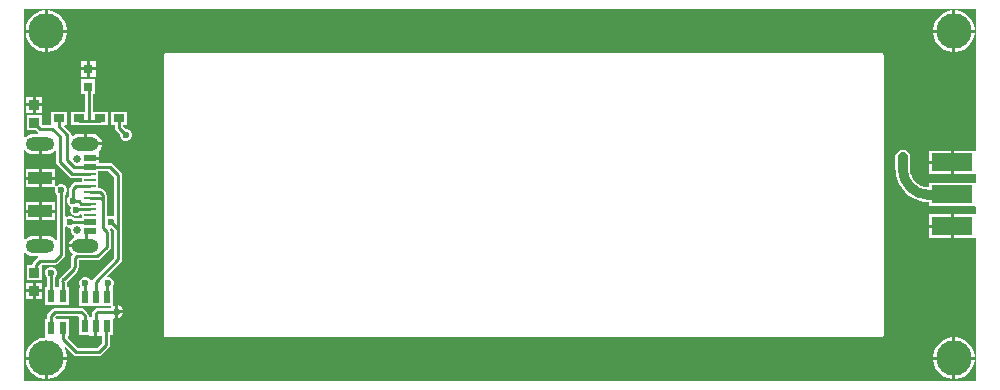
<source format=gtl>
G04*
G04 #@! TF.GenerationSoftware,Altium Limited,Altium Designer,22.11.1 (43)*
G04*
G04 Layer_Physical_Order=1*
G04 Layer_Color=255*
%FSLAX25Y25*%
%MOIN*%
G70*
G04*
G04 #@! TF.SameCoordinates,6F2D09EA-FD7B-4BD8-B8BB-3870161F1110*
G04*
G04*
G04 #@! TF.FilePolarity,Positive*
G04*
G01*
G75*
%ADD15C,0.01000*%
%ADD16R,0.03937X0.02047*%
%ADD17R,0.03937X0.01063*%
%ADD18R,0.07874X0.03937*%
%ADD19R,0.13780X0.05906*%
%ADD20R,0.03150X0.03150*%
%ADD21R,0.03740X0.02756*%
%ADD22R,0.03347X0.03347*%
%ADD23R,0.02362X0.04331*%
%ADD24R,0.02362X0.04331*%
%ADD39C,0.03251*%
%ADD40C,0.02362*%
%ADD41C,0.02480*%
%ADD42O,0.09118X0.04559*%
%ADD43O,0.09449X0.04724*%
%ADD44C,0.11811*%
G36*
X7000Y75605D02*
X8862D01*
X9740Y75720D01*
X10558Y76059D01*
X11187Y76542D01*
X11687Y76414D01*
Y73000D01*
X11787Y72498D01*
X12072Y72072D01*
X16194Y67950D01*
X16620Y67665D01*
X17122Y67565D01*
X20279D01*
Y66254D01*
X18441D01*
X17939Y66154D01*
X17513Y65869D01*
X16572Y64928D01*
X16287Y64502D01*
X16187Y64000D01*
Y61471D01*
X15831Y61115D01*
X15531Y60392D01*
Y59608D01*
X15831Y58885D01*
X16385Y58331D01*
X16391Y58328D01*
X16651Y57680D01*
X16532Y57392D01*
Y56608D01*
X16831Y55885D01*
X17385Y55331D01*
X18108Y55032D01*
X18892D01*
X19615Y55331D01*
X19780Y55496D01*
X20279Y55288D01*
Y54181D01*
X18103D01*
X17615Y54669D01*
X16892Y54969D01*
X16108D01*
X15385Y54669D01*
X15313Y54597D01*
X14813Y54804D01*
Y62029D01*
X15169Y62385D01*
X15469Y63108D01*
Y63892D01*
X15169Y64615D01*
X14615Y65169D01*
X13892Y65469D01*
X13108D01*
X12385Y65169D01*
X12152Y64936D01*
X11688Y64795D01*
X11688D01*
X11688D01*
Y64796D01*
X11447Y64868D01*
X11437Y64874D01*
X11437Y64956D01*
Y67000D01*
X7000D01*
Y64531D01*
X11079Y64531D01*
X11255Y64531D01*
X11405Y64358D01*
X11531Y63892D01*
Y63108D01*
X11831Y62385D01*
X12187Y62029D01*
Y46991D01*
X11687Y46821D01*
X11260Y47378D01*
X10558Y47917D01*
X9740Y48256D01*
X8862Y48371D01*
X7000D01*
Y44980D01*
X6000D01*
Y48371D01*
X4138D01*
X3260Y48256D01*
X2442Y47917D01*
X1740Y47378D01*
X1500Y47066D01*
X1000Y47235D01*
Y76741D01*
X1500Y76911D01*
X1740Y76598D01*
X2442Y76059D01*
X3260Y75720D01*
X4138Y75605D01*
X6000D01*
Y78996D01*
X7000D01*
Y75605D01*
D02*
G37*
G36*
X318500Y77167D02*
X318390Y76713D01*
X318000Y76713D01*
X311000D01*
Y72760D01*
Y68807D01*
X318000D01*
X318390Y68807D01*
X318500Y68353D01*
Y66236D01*
X318177Y65870D01*
X318000Y65870D01*
X302823D01*
Y64676D01*
X302327Y64451D01*
X301317Y64550D01*
X300179Y64896D01*
X299130Y65456D01*
X298211Y66211D01*
X297456Y67130D01*
X296896Y68179D01*
X296550Y69317D01*
X296443Y70411D01*
X296460Y70500D01*
Y74500D01*
X296273Y75441D01*
X295740Y76240D01*
X294941Y76773D01*
X294000Y76960D01*
X293058Y76773D01*
X292260Y76240D01*
X291727Y75441D01*
X291540Y74500D01*
Y70500D01*
X291562Y70388D01*
X291688Y68787D01*
X292089Y67117D01*
X292746Y65530D01*
X293644Y64066D01*
X294759Y62759D01*
X296066Y61644D01*
X297530Y60746D01*
X299117Y60089D01*
X300787Y59688D01*
X302387Y59562D01*
X302500Y59540D01*
X302823D01*
Y58390D01*
X318000D01*
X318177Y58390D01*
X318500Y58024D01*
Y55907D01*
X318390Y55453D01*
X318000Y55453D01*
X311000D01*
Y51500D01*
Y47547D01*
X318000D01*
X318390Y47547D01*
X318500Y47093D01*
Y0D01*
X1000D01*
Y42725D01*
X1500Y42895D01*
X1740Y42582D01*
X2442Y42044D01*
X3260Y41705D01*
X4138Y41589D01*
X5661D01*
X5813Y41089D01*
X5572Y40928D01*
X4211Y39567D01*
X3926Y39141D01*
X3826Y38639D01*
Y38512D01*
X2039D01*
Y33591D01*
X6961D01*
Y38512D01*
X7388Y38687D01*
X11500D01*
X12002Y38787D01*
X12428Y39072D01*
X14428Y41072D01*
X14713Y41498D01*
X14813Y42000D01*
Y51196D01*
X15313Y51403D01*
X15385Y51331D01*
X16108Y51032D01*
X16414D01*
X16692Y50616D01*
X16677Y50581D01*
Y49774D01*
X16986Y49029D01*
X17556Y48458D01*
X17678Y48408D01*
Y47867D01*
X17626Y47845D01*
X16940Y47319D01*
X16415Y46634D01*
X16084Y45836D01*
X16037Y45480D01*
X21559D01*
Y44480D01*
X16037D01*
X16084Y44124D01*
X16415Y43326D01*
X16940Y42641D01*
X17215Y42431D01*
X17248Y41932D01*
X17072Y41756D01*
X16787Y41330D01*
X16687Y40828D01*
Y38044D01*
X13330Y34686D01*
X13321Y34685D01*
X13313Y34694D01*
X12814Y33947D01*
X12638Y33065D01*
X12651Y33065D01*
X12656Y33059D01*
Y31268D01*
X11328D01*
Y34545D01*
X11669Y34885D01*
X11969Y35608D01*
Y36392D01*
X11669Y37115D01*
X11115Y37669D01*
X10392Y37969D01*
X9608D01*
X8885Y37669D01*
X8331Y37115D01*
X8032Y36392D01*
Y35608D01*
X8331Y34885D01*
X8703Y34513D01*
Y31268D01*
X8063D01*
Y25362D01*
X15937D01*
Y31268D01*
X15281D01*
Y32925D01*
X18635Y36279D01*
X18649Y36265D01*
X19155Y37022D01*
X19332Y37914D01*
X19313D01*
X19313Y37914D01*
Y40101D01*
X25488D01*
X25991Y40201D01*
X26417Y40485D01*
X29716Y43784D01*
X30000Y44210D01*
X30100Y44712D01*
Y49520D01*
X30000Y50022D01*
X29836Y50268D01*
X29998Y50740D01*
X30063Y50807D01*
X30301Y50842D01*
X31187Y49956D01*
Y41044D01*
X24072Y33928D01*
X23787Y33502D01*
X23777Y33452D01*
X23257Y33401D01*
X23169Y33615D01*
X22615Y34169D01*
X21892Y34468D01*
X21108D01*
X20385Y34169D01*
X19831Y33615D01*
X19532Y32892D01*
Y32108D01*
X19803Y31453D01*
X19693Y31168D01*
X19556Y30953D01*
X19291D01*
Y25047D01*
X29976D01*
X30223Y24547D01*
X30044Y24313D01*
X25586D01*
X25084Y24213D01*
X24658Y23928D01*
X24072Y23342D01*
X23787Y22917D01*
X23687Y22414D01*
Y21323D01*
X22819D01*
X22572Y21721D01*
Y21740D01*
X22472Y22242D01*
X22188Y22668D01*
X20928Y23928D01*
X20502Y24213D01*
X20000Y24313D01*
X11500D01*
X10998Y24213D01*
X10572Y23928D01*
X9103Y22460D01*
X8819Y22034D01*
X8719Y21531D01*
Y20638D01*
X8063D01*
X8063Y14828D01*
X7936Y14608D01*
X7708Y14383D01*
X6486Y14140D01*
X5229Y13620D01*
X4098Y12864D01*
X3136Y11902D01*
X2380Y10771D01*
X1860Y9514D01*
X1595Y8180D01*
Y8000D01*
X15405D01*
Y8180D01*
X15140Y9514D01*
X14620Y10771D01*
X14527Y10910D01*
X14915Y11228D01*
X17572Y8572D01*
X17998Y8287D01*
X18500Y8187D01*
X26000D01*
X26502Y8287D01*
X26928Y8572D01*
X29428Y11072D01*
X29713Y11498D01*
X29813Y12000D01*
Y15205D01*
X30709D01*
Y20633D01*
X31209Y20967D01*
X31500Y20846D01*
Y23000D01*
Y25154D01*
X31201Y25030D01*
X30709Y25367D01*
Y30953D01*
X30709Y30953D01*
X30697Y31453D01*
X30968Y32108D01*
Y32892D01*
X30669Y33615D01*
X30115Y34169D01*
X29392Y34468D01*
X29032D01*
X28825Y34969D01*
X33428Y39572D01*
X33713Y39998D01*
X33813Y40500D01*
Y50500D01*
Y68500D01*
X33713Y69002D01*
X33428Y69428D01*
X30688Y72168D01*
X30262Y72453D01*
X29760Y72553D01*
X26004D01*
Y73693D01*
X23035D01*
Y74693D01*
X26004D01*
Y76217D01*
X26004Y76217D01*
X26004D01*
X26174Y76654D01*
X26178Y76657D01*
X26703Y77342D01*
X27034Y78140D01*
X27081Y78496D01*
X21559D01*
Y78996D01*
X21059D01*
Y82304D01*
X19279D01*
X18423Y82191D01*
X17626Y81861D01*
X17313Y81621D01*
X16813Y81867D01*
Y82000D01*
X16713Y82502D01*
X16428Y82928D01*
X14522Y84835D01*
X14729Y85335D01*
X15409D01*
Y89665D01*
X10095D01*
Y85537D01*
X10095Y85537D01*
X10095Y85537D01*
X9679Y85316D01*
X9604Y85313D01*
X6993D01*
X6961Y85344D01*
Y88410D01*
X2039D01*
Y83488D01*
X5104D01*
X5521Y83072D01*
X5797Y82887D01*
X5645Y82387D01*
X4138D01*
X3260Y82272D01*
X2442Y81933D01*
X1740Y81394D01*
X1500Y81081D01*
X1000Y81251D01*
Y124000D01*
X318500D01*
Y77167D01*
D02*
G37*
G36*
X31187Y67956D02*
Y55180D01*
X30687Y54846D01*
X30392Y54969D01*
X29608D01*
X29151Y54779D01*
X28651Y55088D01*
Y60162D01*
Y61877D01*
X28551Y62379D01*
X28267Y62805D01*
X27171Y63901D01*
X26745Y64185D01*
X26243Y64285D01*
X25791D01*
Y65591D01*
Y69928D01*
X29216D01*
X31187Y67956D01*
D02*
G37*
G36*
X19123Y21540D02*
X19291Y21110D01*
X19291D01*
Y15205D01*
X22819D01*
Y14992D01*
X24500D01*
Y18158D01*
X25500D01*
Y14992D01*
X27181D01*
X27187Y14495D01*
Y12544D01*
X25456Y10813D01*
X19044D01*
X15624Y14232D01*
X15831Y14732D01*
X15937D01*
Y20638D01*
X11701D01*
X11494Y21138D01*
X12044Y21687D01*
X19024D01*
X19123Y21540D01*
D02*
G37*
%LPC*%
G36*
X11437Y70468D02*
X7000D01*
Y68000D01*
X11437D01*
Y70468D01*
D02*
G37*
G36*
X6000D02*
X1563D01*
Y68000D01*
X6000D01*
Y70468D01*
D02*
G37*
G36*
Y67000D02*
X1563D01*
Y64531D01*
X6000D01*
Y67000D01*
D02*
G37*
G36*
X11437Y59445D02*
X7000D01*
Y56976D01*
X11437D01*
Y59445D01*
D02*
G37*
G36*
X6000D02*
X1563D01*
Y56976D01*
X6000D01*
Y59445D01*
D02*
G37*
G36*
X11437Y55976D02*
X7000D01*
Y53508D01*
X11437D01*
Y55976D01*
D02*
G37*
G36*
X6000D02*
X1563D01*
Y53508D01*
X6000D01*
Y55976D01*
D02*
G37*
G36*
X311680Y123406D02*
X311500D01*
Y117000D01*
X317905D01*
Y117180D01*
X317640Y118514D01*
X317120Y119771D01*
X316364Y120902D01*
X315402Y121864D01*
X314271Y122620D01*
X313014Y123140D01*
X311680Y123406D01*
D02*
G37*
G36*
X310500D02*
X310320D01*
X308986Y123140D01*
X307729Y122620D01*
X306598Y121864D01*
X305636Y120902D01*
X304880Y119771D01*
X304360Y118514D01*
X304095Y117180D01*
Y117000D01*
X310500D01*
Y123406D01*
D02*
G37*
G36*
X9180D02*
X9000D01*
Y117000D01*
X15405D01*
Y117180D01*
X15140Y118514D01*
X14620Y119771D01*
X13864Y120902D01*
X12902Y121864D01*
X11771Y122620D01*
X10514Y123140D01*
X9180Y123406D01*
D02*
G37*
G36*
X8000D02*
X7820D01*
X6486Y123140D01*
X5229Y122620D01*
X4098Y121864D01*
X3136Y120902D01*
X2380Y119771D01*
X1860Y118514D01*
X1595Y117180D01*
Y117000D01*
X8000D01*
Y123406D01*
D02*
G37*
G36*
X317905Y116000D02*
X311500D01*
Y109595D01*
X311680D01*
X313014Y109860D01*
X314271Y110380D01*
X315402Y111136D01*
X316364Y112098D01*
X317120Y113229D01*
X317640Y114486D01*
X317905Y115820D01*
Y116000D01*
D02*
G37*
G36*
X310500D02*
X304095D01*
Y115820D01*
X304360Y114486D01*
X304880Y113229D01*
X305636Y112098D01*
X306598Y111136D01*
X307729Y110380D01*
X308986Y109860D01*
X310320Y109595D01*
X310500D01*
Y116000D01*
D02*
G37*
G36*
X15405D02*
X9000D01*
Y109595D01*
X9180D01*
X10514Y109860D01*
X11771Y110380D01*
X12902Y111136D01*
X13864Y112098D01*
X14620Y113229D01*
X15140Y114486D01*
X15405Y115820D01*
Y116000D01*
D02*
G37*
G36*
X8000D02*
X1595D01*
Y115820D01*
X1860Y114486D01*
X2380Y113229D01*
X3136Y112098D01*
X4098Y111136D01*
X5229Y110380D01*
X6486Y109860D01*
X7820Y109595D01*
X8000D01*
Y116000D01*
D02*
G37*
G36*
X25075Y106528D02*
X23000D01*
Y104453D01*
X25075D01*
Y106528D01*
D02*
G37*
G36*
X22000D02*
X19925D01*
Y104453D01*
X22000D01*
Y106528D01*
D02*
G37*
G36*
X25075Y103453D02*
X23000D01*
Y101378D01*
X25075D01*
Y103453D01*
D02*
G37*
G36*
X22000D02*
X19925D01*
Y101378D01*
X22000D01*
Y103453D01*
D02*
G37*
G36*
X7173Y94724D02*
X5000D01*
Y92551D01*
X7173D01*
Y94724D01*
D02*
G37*
G36*
X4000D02*
X1827D01*
Y92551D01*
X4000D01*
Y94724D01*
D02*
G37*
G36*
X7173Y91551D02*
X5000D01*
Y89378D01*
X7173D01*
Y91551D01*
D02*
G37*
G36*
X4000D02*
X1827D01*
Y89378D01*
X4000D01*
Y91551D01*
D02*
G37*
G36*
X24862Y100409D02*
X20138D01*
Y95685D01*
X21437D01*
Y89665D01*
X16590D01*
Y85335D01*
X18675D01*
X18746Y85287D01*
X19248Y85187D01*
X26252D01*
X26754Y85287D01*
X26825Y85335D01*
X28909D01*
Y89665D01*
X24063D01*
Y95685D01*
X24862D01*
Y100409D01*
D02*
G37*
G36*
X35405Y89665D02*
X30091D01*
Y85335D01*
X31435D01*
Y84252D01*
X31535Y83750D01*
X31820Y83324D01*
X33031Y82112D01*
Y81608D01*
X33331Y80885D01*
X33885Y80331D01*
X34608Y80032D01*
X35392D01*
X36115Y80331D01*
X36669Y80885D01*
X36968Y81608D01*
Y82392D01*
X36669Y83115D01*
X36115Y83669D01*
X35392Y83969D01*
X34888D01*
X34061Y84796D01*
Y85335D01*
X35405D01*
Y89665D01*
D02*
G37*
G36*
X23839Y82304D02*
X22059D01*
Y79496D01*
X27081D01*
X27034Y79852D01*
X26703Y80650D01*
X26178Y81335D01*
X25493Y81861D01*
X24695Y82191D01*
X23839Y82304D01*
D02*
G37*
G36*
X310000Y76713D02*
X302610D01*
Y73260D01*
X310000D01*
Y76713D01*
D02*
G37*
G36*
Y72260D02*
X302610D01*
Y68807D01*
X310000D01*
Y72260D01*
D02*
G37*
G36*
Y55453D02*
X302610D01*
Y52000D01*
X310000D01*
Y55453D01*
D02*
G37*
G36*
Y51000D02*
X302610D01*
Y47547D01*
X310000D01*
Y51000D01*
D02*
G37*
G36*
X7173Y32622D02*
X5000D01*
Y30449D01*
X7173D01*
Y32622D01*
D02*
G37*
G36*
X4000D02*
X1827D01*
Y30449D01*
X4000D01*
Y32622D01*
D02*
G37*
G36*
X7173Y29449D02*
X5000D01*
Y27276D01*
X7173D01*
Y29449D01*
D02*
G37*
G36*
X4000D02*
X1827D01*
Y27276D01*
X4000D01*
Y29449D01*
D02*
G37*
G36*
X32500Y25154D02*
Y23500D01*
X34154D01*
X33849Y24236D01*
X33235Y24849D01*
X32500Y25154D01*
D02*
G37*
G36*
X34154Y22500D02*
X32500D01*
Y20846D01*
X33235Y21151D01*
X33849Y21765D01*
X34154Y22500D01*
D02*
G37*
G36*
X286936Y109155D02*
X48436D01*
X48129Y109094D01*
X47868Y108920D01*
X47694Y108660D01*
X47633Y108353D01*
Y15353D01*
X47694Y15045D01*
X47868Y14785D01*
X48129Y14611D01*
X48436Y14550D01*
X286936D01*
X287243Y14611D01*
X287503Y14785D01*
X287677Y15045D01*
X287738Y15353D01*
Y108353D01*
X287677Y108660D01*
X287503Y108920D01*
X287243Y109094D01*
X286936Y109155D01*
D02*
G37*
G36*
X311680Y14405D02*
X311500D01*
Y8000D01*
X317905D01*
Y8180D01*
X317640Y9514D01*
X317120Y10771D01*
X316364Y11902D01*
X315402Y12864D01*
X314271Y13620D01*
X313014Y14140D01*
X311680Y14405D01*
D02*
G37*
G36*
X310500D02*
X310320D01*
X308986Y14140D01*
X307729Y13620D01*
X306598Y12864D01*
X305636Y11902D01*
X304880Y10771D01*
X304360Y9514D01*
X304095Y8180D01*
Y8000D01*
X310500D01*
Y14405D01*
D02*
G37*
G36*
X317905Y7000D02*
X311500D01*
Y594D01*
X311680D01*
X313014Y860D01*
X314271Y1380D01*
X315402Y2136D01*
X316364Y3098D01*
X317120Y4229D01*
X317640Y5486D01*
X317905Y6820D01*
Y7000D01*
D02*
G37*
G36*
X310500D02*
X304095D01*
Y6820D01*
X304360Y5486D01*
X304880Y4229D01*
X305636Y3098D01*
X306598Y2136D01*
X307729Y1380D01*
X308986Y860D01*
X310320Y594D01*
X310500D01*
Y7000D01*
D02*
G37*
G36*
X15405D02*
X9000D01*
Y594D01*
X9180D01*
X10514Y860D01*
X11771Y1380D01*
X12902Y2136D01*
X13864Y3098D01*
X14620Y4229D01*
X15140Y5486D01*
X15405Y6820D01*
Y7000D01*
D02*
G37*
G36*
X8000D02*
X1595D01*
Y6820D01*
X1860Y5486D01*
X2380Y4229D01*
X3136Y3098D01*
X4098Y2136D01*
X5229Y1380D01*
X6486Y860D01*
X7820Y594D01*
X8000D01*
Y7000D01*
D02*
G37*
%LPD*%
D15*
X17707Y37207D02*
G03*
X18000Y37914I-707J707D01*
G01*
X14258Y33758D02*
G03*
X13969Y33059I711J-704D01*
G01*
X18500Y9500D02*
X26000D01*
X13969Y14031D02*
Y17685D01*
Y14031D02*
X18500Y9500D01*
X32500Y40500D02*
Y50500D01*
X30000Y53000D02*
X32500Y50500D01*
Y68500D01*
X22904Y52868D02*
X23035Y52736D01*
X16632Y52868D02*
X22904D01*
X16500Y53000D02*
X16632Y52868D01*
X21567Y44988D02*
Y49260D01*
X22091Y49784D01*
X21559Y44980D02*
X21567Y44988D01*
X22091Y49784D02*
X23035D01*
X17500Y64000D02*
X18441Y64941D01*
X23035D01*
X17500Y60000D02*
Y64000D01*
X27338Y60162D02*
Y61877D01*
Y50969D02*
Y60162D01*
X26243Y62972D02*
X27338Y61877D01*
X23035Y62972D02*
X26243D01*
X12752Y84748D02*
X15500Y82000D01*
Y73429D02*
Y82000D01*
Y73429D02*
X17689Y71240D01*
X13000Y73000D02*
Y81500D01*
X10500Y84000D02*
X13000Y81500D01*
Y73000D02*
X17122Y68878D01*
X17689Y71240D02*
X23035D01*
X6449Y84000D02*
X10500D01*
X4500Y85949D02*
X6449Y84000D01*
X17122Y68878D02*
X23035D01*
X12752Y84748D02*
Y86500D01*
X23067Y60972D02*
X26528D01*
X27338Y60162D01*
Y50969D02*
X28787Y49520D01*
X23035Y61004D02*
X23067Y60972D01*
X29760Y71240D02*
X32500Y68500D01*
X23035Y71240D02*
X29760D01*
X19252Y59739D02*
X19955Y59035D01*
X23035D01*
X17761Y59739D02*
X19252D01*
X17500Y60000D02*
X17761Y59739D01*
X18567Y57067D02*
X23035D01*
X28787Y44712D02*
Y49520D01*
X18000Y37914D02*
Y40828D01*
X25488Y41413D02*
X28787Y44712D01*
X18586Y41413D02*
X25488D01*
X18000Y40828D02*
X18586Y41413D01*
X13500Y42000D02*
Y63500D01*
X11500Y40000D02*
X13500Y42000D01*
X6500Y40000D02*
X11500D01*
X10016Y28331D02*
X10031Y28315D01*
X10016Y28331D02*
Y35984D01*
X10000Y36000D02*
X10016Y35984D01*
X5139Y38639D02*
X6500Y40000D01*
X5139Y36690D02*
Y38639D01*
X4500Y36051D02*
X5139Y36690D01*
X32748Y84252D02*
X35000Y82000D01*
X32748Y84252D02*
Y87500D01*
X22750Y97797D02*
X23000Y98047D01*
X22750Y86500D02*
Y97797D01*
Y86500D02*
X26252D01*
X19248D02*
X22750D01*
X25000Y33000D02*
X32500Y40500D01*
X25000Y28000D02*
Y33000D01*
Y18158D02*
Y22414D01*
X25586Y23000D01*
X32000D01*
X21380Y28120D02*
Y32380D01*
X21500Y32500D01*
X21260Y28000D02*
X21380Y28120D01*
X28870Y28130D02*
Y32370D01*
X28740Y28000D02*
X28870Y28130D01*
Y32370D02*
X29000Y32500D01*
X21260Y18158D02*
Y21740D01*
X20000Y23000D02*
X21260Y21740D01*
X11500Y23000D02*
X20000D01*
X10031Y17685D02*
Y21531D01*
X11500Y23000D01*
X28500Y17917D02*
X28740Y18158D01*
X28500Y12000D02*
Y17917D01*
X26000Y9500D02*
X28500Y12000D01*
X14258Y33758D02*
X17707Y37207D01*
X13969Y28315D02*
Y33059D01*
D16*
X23035Y74193D02*
D03*
Y49784D02*
D03*
Y71240D02*
D03*
Y52736D02*
D03*
D17*
Y68878D02*
D03*
Y55098D02*
D03*
Y66909D02*
D03*
Y64941D02*
D03*
Y62972D02*
D03*
Y61004D02*
D03*
Y59035D02*
D03*
Y57067D02*
D03*
D18*
X6500Y67500D02*
D03*
Y56476D02*
D03*
D19*
X310500Y62130D02*
D03*
Y51500D02*
D03*
Y72760D02*
D03*
D20*
X22500Y98047D02*
D03*
Y103953D02*
D03*
D21*
X12752Y87500D02*
D03*
X19248D02*
D03*
X26252D02*
D03*
X32748D02*
D03*
D22*
X4500Y36051D02*
D03*
Y29949D02*
D03*
Y85949D02*
D03*
Y92051D02*
D03*
D23*
X21260Y18158D02*
D03*
X25000D02*
D03*
X28740D02*
D03*
Y28000D02*
D03*
X21260D02*
D03*
X25000D02*
D03*
D24*
X10031Y28315D02*
D03*
Y17685D02*
D03*
X13969D02*
D03*
Y28315D02*
D03*
D39*
X294000Y70500D02*
G03*
X302500Y62000I8500J0D01*
G01*
X294000Y70500D02*
Y74500D01*
X302500Y62000D02*
X310370D01*
X310500Y62130D01*
D40*
X18705Y50177D02*
D03*
X294000Y74500D02*
D03*
X30000Y53000D02*
D03*
X16500D02*
D03*
X18500Y57000D02*
D03*
X17500Y60000D02*
D03*
X10000Y36000D02*
D03*
X13500Y63500D02*
D03*
X35000Y82000D02*
D03*
X32000Y23000D02*
D03*
X21500Y32500D02*
D03*
X29000D02*
D03*
D41*
X18705Y50177D02*
D03*
Y73799D02*
D03*
D42*
X21559Y78996D02*
D03*
Y44980D02*
D03*
D43*
X6500Y78996D02*
D03*
Y44980D02*
D03*
D44*
X311000Y7500D02*
D03*
X8500D02*
D03*
X311000Y116500D02*
D03*
X8500D02*
D03*
M02*

</source>
